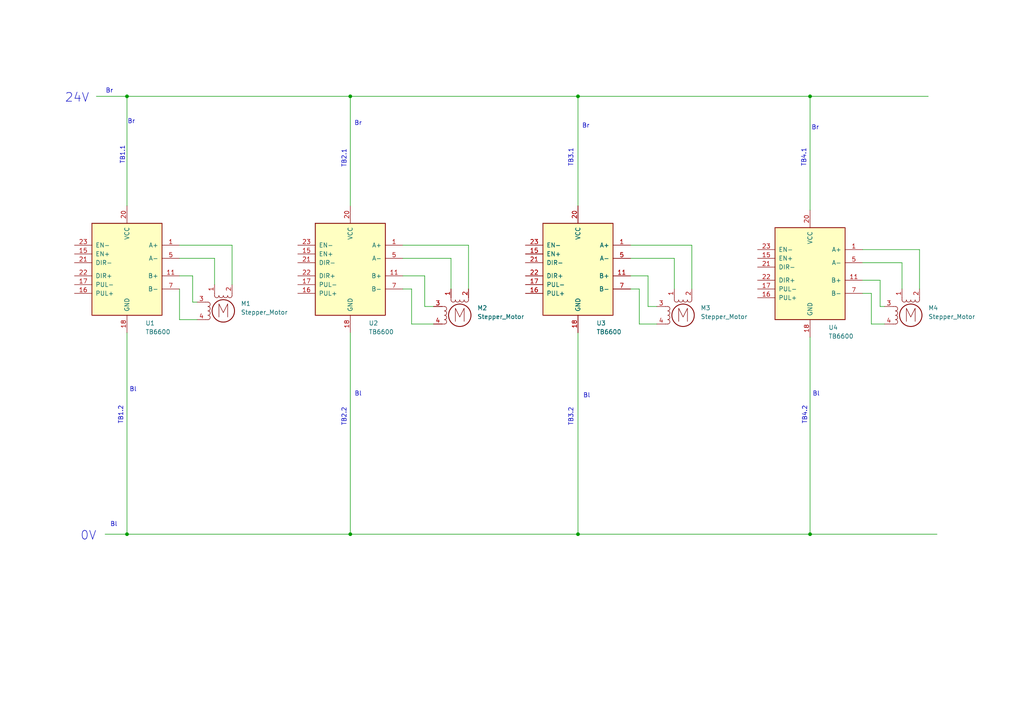
<source format=kicad_sch>
(kicad_sch (version 20231120) (generator "eeschema") (generator_version "8.0")
  (paper "A4")
  (title_block (title "Motori stepper e driver TB6600") (date "2025-06-14") (rev "1") (company "Gruppo teamworking 02"))
  (lib_symbols
    (symbol "Motor:Stepper_Motor_bipolar" (pin_names (offset 0) hide)
      (property "Reference" "M" (at 3.81 2.54 0))
      (property "Value" "Stepper_Motor_bipolar" (at 3.81 1.27 0))
      (symbol "Stepper_Motor_bipolar_0_0"
        (polyline (pts (xy -1.27 -1.778) (xy -1.27 2.032) (xy 0 -0.508) (xy 1.27 2.032) (xy 1.27 -1.778)))
      )
      (symbol "Stepper_Motor_bipolar_0_1"
        (arc (start -4.445 -2.54) (mid -3.8127 -1.905) (end -4.445 -1.27))
        (arc (start -4.445 -1.27) (mid -3.8127 -0.635) (end -4.445 0))
        (arc (start -4.445 0) (mid -3.8127 0.635) (end -4.445 1.27))
        (arc (start -4.445 1.27) (mid -3.8127 1.905) (end -4.445 2.54))
        (arc (start -2.54 4.445) (mid -1.905 3.8127) (end -1.27 4.445))
        (arc (start -1.27 4.445) (mid -0.635 3.8127) (end 0 4.445))
        (polyline (pts (xy -5.08 -2.54) (xy -4.445 -2.54)))
        (polyline (pts (xy -5.08 2.54) (xy -4.445 2.54)))
        (polyline (pts (xy -2.54 5.08) (xy -2.54 4.445)))
        (polyline (pts (xy 2.54 5.08) (xy 2.54 4.445)))
        (circle (center 0 0) (radius 3.2512) (stroke (width 0.254)))
        (arc (start 0 4.445) (mid 0.635 3.8127) (end 1.27 4.445))
        (arc (start 1.27 4.445) (mid 1.905 3.8127) (end 2.54 4.445))
      )
      (symbol "Stepper_Motor_bipolar_1_1"
        (pin passive line (at -2.54 7.62 270) (length 2.54) (name "~") (number "1"))
        (pin passive line (at 2.54 7.62 270) (length 2.54) (name "-") (number "2"))
        (pin passive line (at -7.62 2.54 0) (length 2.54) (name "~") (number "3"))
        (pin passive line (at -7.62 -2.54 0) (length 2.54) (name "~") (number "4"))
      )
    )
    (symbol "TB6612FNG_1" (pin_names (offset 1.016))
      (property "Reference" "U1" (at 5.334 -16.256 0))
      (property "Value" "TB6600" (at 5.334 -18.796 0))
      (symbol "TB6612FNG_1_0_1"
        (rectangle (start -10.16 12.7) (end 10.16 -13.97) (stroke (width 0.254)) (fill (type background)))
      )
      (symbol "TB6612FNG_1_1_1"
        (pin output line (at 15.24 6.35 180) (length 5.08) (name "A+") (number "1"))
        (pin output line (at 15.24 -2.54 180) (length 5.08) (name "B+") (number "11"))
        (pin input line (at -15.24 3.81 0) (length 5.08) (name "EN+") (number "15"))
        (pin input line (at -15.24 -7.62 0) (length 5.08) (name "PUL+") (number "16"))
        (pin input line (at -15.24 -5.08 0) (length 5.08) (name "PUL-") (number "17"))
        (pin power_in line (at 0 -19.05 90) (length 5.08) (name "GND") (number "18"))
        (pin power_in line (at 0 17.78 270) (length 5.08) (name "VCC") (number "20"))
        (pin input line (at -15.24 1.27 0) (length 5.08) (name "DIR-") (number "21"))
        (pin input line (at -15.24 -2.54 0) (length 5.08) (name "DIR+") (number "22"))
        (pin input line (at -15.24 6.35 0) (length 5.08) (name "EN-") (number "23"))
        (pin output line (at 15.24 2.54 180) (length 5.08) (name "A-") (number "5"))
        (pin output line (at 15.24 -6.35 180) (length 5.08) (name "B-") (number "7"))
      )
    )
  )
  (junction (at 36.83 154.94))
  (junction (at 234.95 27.94))
  (junction (at 167.64 154.94))
  (junction (at 167.64 27.94))
  (junction (at 36.83 27.94))
  (junction (at 101.6 27.94))
  (junction (at 234.95 154.94))
  (junction (at 101.6 154.94))
  (wire (pts (xy 234.95 27.94) (xy 234.95 60.96)))
  (wire (pts (xy 52.07 74.93) (xy 62.23 74.93)))
  (wire (pts (xy 36.83 96.52) (xy 36.83 154.94)))
  (wire (pts (xy 116.84 71.12) (xy 135.89 71.12)))
  (wire (pts (xy 67.31 71.12) (xy 67.31 82.55)))
  (wire (pts (xy 52.07 71.12) (xy 67.31 71.12)))
  (wire (pts (xy 250.19 72.39) (xy 266.7 72.39)))
  (wire (pts (xy 116.84 80.01) (xy 123.19 80.01)))
  (wire (pts (xy 116.84 83.82) (xy 119.38 83.82)))
  (wire (pts (xy 195.58 74.93) (xy 195.58 83.82)))
  (wire (pts (xy 119.38 83.82) (xy 119.38 93.98)))
  (wire (pts (xy 101.6 96.52) (xy 101.6 154.94)))
  (wire (pts (xy 266.7 72.39) (xy 266.7 83.82)))
  (wire (pts (xy 116.84 74.93) (xy 130.81 74.93)))
  (wire (pts (xy 185.42 83.82) (xy 185.42 93.98)))
  (wire (pts (xy 182.88 71.12) (xy 200.66 71.12)))
  (wire (pts (xy 167.64 27.94) (xy 234.95 27.94)))
  (wire (pts (xy 187.96 80.01) (xy 187.96 88.9)))
  (wire (pts (xy 255.27 81.28) (xy 255.27 88.9)))
  (wire (pts (xy 234.95 97.79) (xy 234.95 154.94)))
  (wire (pts (xy 250.19 76.2) (xy 261.62 76.2)))
  (wire (pts (xy 101.6 154.94) (xy 167.64 154.94)))
  (wire (pts (xy 234.95 27.94) (xy 269.24 27.94)))
  (wire (pts (xy 255.27 88.9) (xy 256.54 88.9)))
  (wire (pts (xy 167.64 154.94) (xy 234.95 154.94)))
  (wire (pts (xy 30.48 154.94) (xy 36.83 154.94)))
  (wire (pts (xy 52.07 92.71) (xy 57.15 92.71)))
  (wire (pts (xy 55.88 87.63) (xy 57.15 87.63)))
  (wire (pts (xy 167.64 96.52) (xy 167.64 154.94)))
  (wire (pts (xy 187.96 88.9) (xy 190.5 88.9)))
  (wire (pts (xy 123.19 80.01) (xy 123.19 88.9)))
  (wire (pts (xy 55.88 80.01) (xy 55.88 87.63)))
  (wire (pts (xy 36.83 59.69) (xy 36.83 27.94)))
  (wire (pts (xy 52.07 80.01) (xy 55.88 80.01)))
  (wire (pts (xy 182.88 83.82) (xy 185.42 83.82)))
  (wire (pts (xy 182.88 74.93) (xy 195.58 74.93)))
  (wire (pts (xy 234.95 154.94) (xy 271.78 154.94)))
  (wire (pts (xy 123.19 88.9) (xy 125.73 88.9)))
  (wire (pts (xy 101.6 27.94) (xy 167.64 27.94)))
  (wire (pts (xy 182.88 80.01) (xy 187.96 80.01)))
  (wire (pts (xy 200.66 71.12) (xy 200.66 83.82)))
  (wire (pts (xy 135.89 71.12) (xy 135.89 83.82)))
  (wire (pts (xy 36.83 27.94) (xy 101.6 27.94)))
  (wire (pts (xy 185.42 93.98) (xy 190.5 93.98)))
  (wire (pts (xy 167.64 27.94) (xy 167.64 59.69)))
  (wire (pts (xy 252.73 85.09) (xy 252.73 93.98)))
  (wire (pts (xy 62.23 74.93) (xy 62.23 82.55)))
  (wire (pts (xy 27.94 27.94) (xy 36.83 27.94)))
  (wire (pts (xy 261.62 76.2) (xy 261.62 83.82)))
  (wire (pts (xy 119.38 93.98) (xy 125.73 93.98)))
  (wire (pts (xy 250.19 81.28) (xy 255.27 81.28)))
  (wire (pts (xy 130.81 74.93) (xy 130.81 83.82)))
  (wire (pts (xy 250.19 85.09) (xy 252.73 85.09)))
  (wire (pts (xy 52.07 83.82) (xy 52.07 92.71)))
  (wire (pts (xy 101.6 27.94) (xy 101.6 59.69)))
  (wire (pts (xy 36.83 154.94) (xy 101.6 154.94)))
  (wire (pts (xy 252.73 93.98) (xy 256.54 93.98)))
  (text "Br" (at 236.474 37.084 0) (effects (font (size 1.27 1.27))))
  (text "Br" (at 38.1 35.306 0) (effects (font (size 1.27 1.27))))
  (text "Bl" (at 170.18 114.808 0) (effects (font (size 1.27 1.27))))
  (text "TB2.1" (at 99.822 45.974 90) (effects (font (size 1.27 1.27))))
  (text "Br" (at 169.926 36.576 0) (effects (font (size 1.27 1.27))))
  (text "Br" (at 31.75 26.416 0) (effects (font (size 1.27 1.27))))
  (text "TB3.1" (at 165.608 45.72 90) (effects (font (size 1.27 1.27))))
  (text "TB1.1" (at 35.56 44.958 90) (effects (font (size 1.27 1.27))))
  (text "TB2.2" (at 99.822 120.904 90) (effects (font (size 1.27 1.27))))
  (text "TB1.2" (at 35.052 120.396 90) (effects (font (size 1.27 1.27))))
  (text "0V" (at 25.654 155.448 0) (effects (font (size 2.54 2.54))))
  (text "Bl" (at 33.02 152.146 0) (effects (font (size 1.27 1.27))))
  (text "TB4.1" (at 233.172 45.72 90) (effects (font (size 1.27 1.27))))
  (text "TB3.2" (at 165.608 120.904 90) (effects (font (size 1.27 1.27))))
  (text "24V" (at 22.352 28.448 0) (effects (font (size 2.54 2.54))))
  (text "Bl" (at 38.608 113.03 0) (effects (font (size 1.27 1.27))))
  (text "Br" (at 103.886 35.814 0) (effects (font (size 1.27 1.27))))
  (text "Bl" (at 236.728 114.3 0) (effects (font (size 1.27 1.27))))
  (text "Bl" (at 103.886 114.3 0) (effects (font (size 1.27 1.27))))
  (text "TB4.2" (at 233.426 120.396 90) (effects (font (size 1.27 1.27))))
  (symbol (lib_id "Motor:Stepper_Motor_bipolar") (at 133.35 91.44 0) (unit 1)
    (property "Reference" "M2" (at 138.43 89.319 0) (effects (justify left)))
    (property "Value" "Stepper_Motor" (at 138.43 91.859 0) (effects (justify left)))
    (property "Datasheet" "http://www.infineon.com/dgdl/Application-Note-TLE8110EE_driving_UniPolarStepperMotor_V1.1.pdf?fileId=db3a30431be39b97011be5d0aa0a00b0" (effects (hide yes)))
    (property "Description" "4-wire bipolar stepper motor" (effects (hide yes)))
  )
  (symbol (lib_id "Motor:Stepper_Motor_bipolar") (at 64.77 90.17 0) (unit 1)
    (property "Reference" "M1" (at 69.85 88.049 0) (effects (justify left)))
    (property "Value" "Stepper_Motor" (at 69.85 90.589 0) (effects (justify left)))
    (property "Datasheet" "http://www.infineon.com/dgdl/Application-Note-TLE8110EE_driving_UniPolarStepperMotor_V1.1.pdf?fileId=db3a30431be39b97011be5d0aa0a00b0" (effects (hide yes)))
    (property "Description" "4-wire bipolar stepper motor" (effects (hide yes)))
  )
  (symbol (lib_name "TB6612FNG_1") (lib_id "Driver_Motor:TB6612FNG") (at 234.95 78.74 0) (unit 1)
    (property "Reference" "U4" (at 240.284 94.996 0) (effects (justify left)))
    (property "Value" "TB6600" (at 240.284 97.536 0) (effects (justify left)))
    (property "Footprint" "Package_SO:SSOP-24_5.3x8.2mm_P0.65mm" (effects (hide yes)))
    (property "Datasheet" "https://toshiba.semicon-storage.com/us/product/linear/motordriver/detail.TB6612FNG.html" (effects (hide yes)))
    (property "Description" "Driver IC for Dual DC motor, SSOP-24" (effects (hide yes)))
  )
  (symbol (lib_id "Motor:Stepper_Motor_bipolar") (at 264.16 91.44 0) (unit 1)
    (property "Reference" "M4" (at 269.24 89.319 0) (effects (justify left)))
    (property "Value" "Stepper_Motor" (at 269.24 91.859 0) (effects (justify left)))
    (property "Datasheet" "http://www.infineon.com/dgdl/Application-Note-TLE8110EE_driving_UniPolarStepperMotor_V1.1.pdf?fileId=db3a30431be39b97011be5d0aa0a00b0" (effects (hide yes)))
    (property "Description" "4-wire bipolar stepper motor" (effects (hide yes)))
  )
  (symbol (lib_name "TB6612FNG_1") (lib_id "Driver_Motor:TB6612FNG") (at 167.64 77.47 0) (unit 1)
    (property "Reference" "U3" (at 172.974 93.726 0) (effects (justify left)))
    (property "Value" "TB6600" (at 172.974 96.266 0) (effects (justify left)))
    (property "Footprint" "Package_SO:SSOP-24_5.3x8.2mm_P0.65mm" (effects (hide yes)))
    (property "Datasheet" "https://toshiba.semicon-storage.com/us/product/linear/motordriver/detail.TB6612FNG.html" (effects (hide yes)))
    (property "Description" "Driver IC for Dual DC motor, SSOP-24" (effects (hide yes)))
  )
  (symbol (lib_id "Motor:Stepper_Motor_bipolar") (at 198.12 91.44 0) (unit 1)
    (property "Reference" "M3" (at 203.2 89.319 0) (effects (justify left)))
    (property "Value" "Stepper_Motor" (at 203.2 91.859 0) (effects (justify left)))
    (property "Datasheet" "http://www.infineon.com/dgdl/Application-Note-TLE8110EE_driving_UniPolarStepperMotor_V1.1.pdf?fileId=db3a30431be39b97011be5d0aa0a00b0" (effects (hide yes)))
    (property "Description" "4-wire bipolar stepper motor" (effects (hide yes)))
  )
  (symbol (lib_name "TB6612FNG_1") (lib_id "Driver_Motor:TB6612FNG") (at 36.83 77.47 0) (unit 1)
    (property "Reference" "U1" (at 42.164 93.726 0) (effects (justify left)))
    (property "Value" "TB6600" (at 42.164 96.266 0) (effects (justify left)))
    (property "Footprint" "Package_SO:SSOP-24_5.3x8.2mm_P0.65mm" (effects (hide yes)))
    (property "Datasheet" "https://toshiba.semicon-storage.com/us/product/linear/motordriver/detail.TB6612FNG.html" (effects (hide yes)))
    (property "Description" "Driver IC for Dual DC motor, SSOP-24" (effects (hide yes)))
  )
  (symbol (lib_name "TB6612FNG_1") (lib_id "Driver_Motor:TB6612FNG") (at 101.6 77.47 0) (unit 1)
    (property "Reference" "U2" (at 106.934 93.726 0) (effects (justify left)))
    (property "Value" "TB6600" (at 106.934 96.266 0) (effects (justify left)))
    (property "Footprint" "Package_SO:SSOP-24_5.3x8.2mm_P0.65mm" (effects (hide yes)))
    (property "Datasheet" "https://toshiba.semicon-storage.com/us/product/linear/motordriver/detail.TB6612FNG.html" (effects (hide yes)))
    (property "Description" "Driver IC for Dual DC motor, SSOP-24" (effects (hide yes)))
  )
)
</source>
